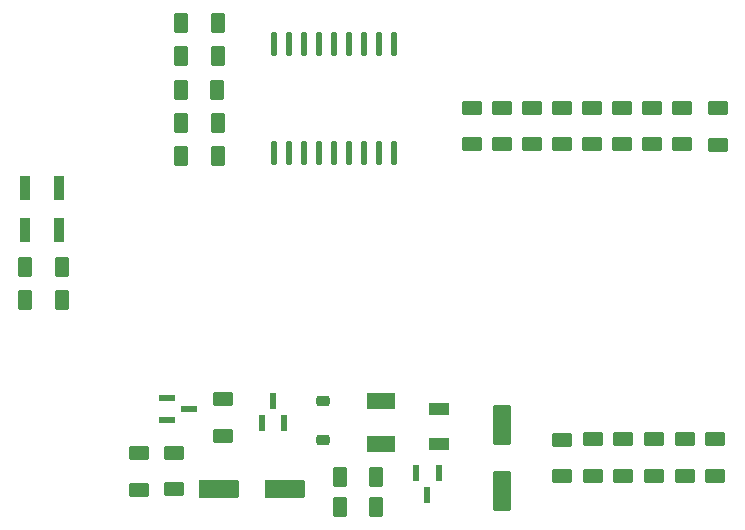
<source format=gbr>
%TF.GenerationSoftware,KiCad,Pcbnew,(7.0.0)*%
%TF.CreationDate,2023-03-08T16:41:05-05:00*%
%TF.ProjectId,RESTORE_AVR_FUSES_SPI,52455354-4f52-4455-9f41-56525f465553,rev?*%
%TF.SameCoordinates,Original*%
%TF.FileFunction,Paste,Top*%
%TF.FilePolarity,Positive*%
%FSLAX46Y46*%
G04 Gerber Fmt 4.6, Leading zero omitted, Abs format (unit mm)*
G04 Created by KiCad (PCBNEW (7.0.0)) date 2023-03-08 16:41:05*
%MOMM*%
%LPD*%
G01*
G04 APERTURE LIST*
G04 Aperture macros list*
%AMRoundRect*
0 Rectangle with rounded corners*
0 $1 Rounding radius*
0 $2 $3 $4 $5 $6 $7 $8 $9 X,Y pos of 4 corners*
0 Add a 4 corners polygon primitive as box body*
4,1,4,$2,$3,$4,$5,$6,$7,$8,$9,$2,$3,0*
0 Add four circle primitives for the rounded corners*
1,1,$1+$1,$2,$3*
1,1,$1+$1,$4,$5*
1,1,$1+$1,$6,$7*
1,1,$1+$1,$8,$9*
0 Add four rect primitives between the rounded corners*
20,1,$1+$1,$2,$3,$4,$5,0*
20,1,$1+$1,$4,$5,$6,$7,0*
20,1,$1+$1,$6,$7,$8,$9,0*
20,1,$1+$1,$8,$9,$2,$3,0*%
G04 Aperture macros list end*
%ADD10RoundRect,0.224600X-0.400000X-0.625000X0.400000X-0.625000X0.400000X0.625000X-0.400000X0.625000X0*%
%ADD11RoundRect,0.224600X0.400000X0.625000X-0.400000X0.625000X-0.400000X-0.625000X0.400000X-0.625000X0*%
%ADD12RoundRect,0.224600X-0.625000X0.400000X-0.625000X-0.400000X0.625000X-0.400000X0.625000X0.400000X0*%
%ADD13R,0.899200X2.149200*%
%ADD14RoundRect,0.224600X0.625000X-0.400000X0.625000X0.400000X-0.625000X0.400000X-0.625000X-0.400000X0*%
%ADD15RoundRect,0.124600X-0.150000X0.587500X-0.150000X-0.587500X0.150000X-0.587500X0.150000X0.587500X0*%
%ADD16RoundRect,0.224600X0.650000X-0.325000X0.650000X0.325000X-0.650000X0.325000X-0.650000X-0.325000X0*%
%ADD17RoundRect,0.124600X0.150000X-0.587500X0.150000X0.587500X-0.150000X0.587500X-0.150000X-0.587500X0*%
%ADD18R,2.449200X1.449200*%
%ADD19RoundRect,0.224600X-0.550000X1.500000X-0.550000X-1.500000X0.550000X-1.500000X0.550000X1.500000X0*%
%ADD20RoundRect,0.124600X-0.150000X0.875000X-0.150000X-0.875000X0.150000X-0.875000X0.150000X0.875000X0*%
%ADD21RoundRect,0.224600X1.500000X0.550000X-1.500000X0.550000X-1.500000X-0.550000X1.500000X-0.550000X0*%
%ADD22RoundRect,0.124600X-0.587500X-0.150000X0.587500X-0.150000X0.587500X0.150000X-0.587500X0.150000X0*%
%ADD23RoundRect,0.199600X0.375000X-0.225000X0.375000X0.225000X-0.375000X0.225000X-0.375000X-0.225000X0*%
G04 APERTURE END LIST*
D10*
%TO.C,R2*%
X132273500Y-121412000D03*
X135373500Y-121412000D03*
%TD*%
D11*
%TO.C,R24*%
X108738000Y-106426000D03*
X105638000Y-106426000D03*
%TD*%
D12*
%TO.C,R15*%
X158882664Y-118185000D03*
X158882664Y-121285000D03*
%TD*%
D13*
%TO.C,D2*%
X108537999Y-96900999D03*
X105637999Y-96900999D03*
%TD*%
%TO.C,D4*%
X108537999Y-100456999D03*
X105637999Y-100456999D03*
%TD*%
D11*
%TO.C,R25*%
X121946000Y-85756750D03*
X118846000Y-85756750D03*
%TD*%
D14*
%TO.C,R11*%
X143510000Y-93212513D03*
X143510000Y-90112513D03*
%TD*%
D15*
%TO.C,Q2*%
X140650000Y-121061000D03*
X138750000Y-121061000D03*
X139700000Y-122936000D03*
%TD*%
D14*
%TO.C,R8*%
X151130000Y-93212513D03*
X151130000Y-90112513D03*
%TD*%
D16*
%TO.C,C1*%
X140716000Y-118615000D03*
X140716000Y-115665000D03*
%TD*%
D14*
%TO.C,R1*%
X122428000Y-117915000D03*
X122428000Y-114815000D03*
%TD*%
%TO.C,R14*%
X118237000Y-122428000D03*
X118237000Y-119328000D03*
%TD*%
%TO.C,R12*%
X151080666Y-121311000D03*
X151080666Y-118211000D03*
%TD*%
%TO.C,R5*%
X158750000Y-93212513D03*
X158750000Y-90112513D03*
%TD*%
D12*
%TO.C,R19*%
X156281998Y-118185000D03*
X156281998Y-121285000D03*
%TD*%
%TO.C,R16*%
X161483330Y-118185000D03*
X161483330Y-121285000D03*
%TD*%
D17*
%TO.C,Q1*%
X125680000Y-116790000D03*
X127580000Y-116790000D03*
X126630000Y-114915000D03*
%TD*%
D18*
%TO.C,L1*%
X135788999Y-118614999D03*
X135788999Y-114914999D03*
%TD*%
D10*
%TO.C,R22*%
X118846000Y-94234000D03*
X121946000Y-94234000D03*
%TD*%
D19*
%TO.C,C2*%
X146050000Y-116961000D03*
X146050000Y-122561000D03*
%TD*%
D10*
%TO.C,R20*%
X118820000Y-88582500D03*
X121920000Y-88582500D03*
%TD*%
D20*
%TO.C,U1*%
X136906000Y-84680000D03*
X135636000Y-84680000D03*
X134366000Y-84680000D03*
X133096000Y-84680000D03*
X131826000Y-84680000D03*
X130556000Y-84680000D03*
X129286000Y-84680000D03*
X128016000Y-84680000D03*
X126746000Y-84680000D03*
X126746000Y-93980000D03*
X128016000Y-93980000D03*
X129286000Y-93980000D03*
X130556000Y-93980000D03*
X131826000Y-93980000D03*
X133096000Y-93980000D03*
X134366000Y-93980000D03*
X135636000Y-93980000D03*
X136906000Y-93980000D03*
%TD*%
D14*
%TO.C,R23*%
X164287200Y-93244000D03*
X164287200Y-90144000D03*
%TD*%
D12*
%TO.C,R18*%
X153681332Y-118185000D03*
X153681332Y-121285000D03*
%TD*%
%TO.C,R13*%
X115316000Y-119354000D03*
X115316000Y-122454000D03*
%TD*%
D14*
%TO.C,R7*%
X153670000Y-93212513D03*
X153670000Y-90112513D03*
%TD*%
%TO.C,R10*%
X146050000Y-93212513D03*
X146050000Y-90112513D03*
%TD*%
D21*
%TO.C,C3*%
X122047000Y-122428000D03*
X127647000Y-122428000D03*
%TD*%
D11*
%TO.C,R3*%
X135373500Y-123952000D03*
X132273500Y-123952000D03*
%TD*%
D12*
%TO.C,R17*%
X164084000Y-118185000D03*
X164084000Y-121285000D03*
%TD*%
D11*
%TO.C,R26*%
X108738000Y-103630732D03*
X105638000Y-103630732D03*
%TD*%
D10*
%TO.C,R27*%
X118846000Y-82931000D03*
X121946000Y-82931000D03*
%TD*%
D22*
%TO.C,Q3*%
X117632000Y-114665000D03*
X117632000Y-116565000D03*
X119507000Y-115615000D03*
%TD*%
D14*
%TO.C,R6*%
X156210000Y-93212513D03*
X156210000Y-90112513D03*
%TD*%
D23*
%TO.C,D3*%
X130862000Y-118215000D03*
X130862000Y-114915000D03*
%TD*%
D10*
%TO.C,R21*%
X118846000Y-91408250D03*
X121946000Y-91408250D03*
%TD*%
D14*
%TO.C,R9*%
X148590000Y-90112513D03*
X148590000Y-93212513D03*
%TD*%
%TO.C,R4*%
X161290000Y-93212513D03*
X161290000Y-90112513D03*
%TD*%
M02*

</source>
